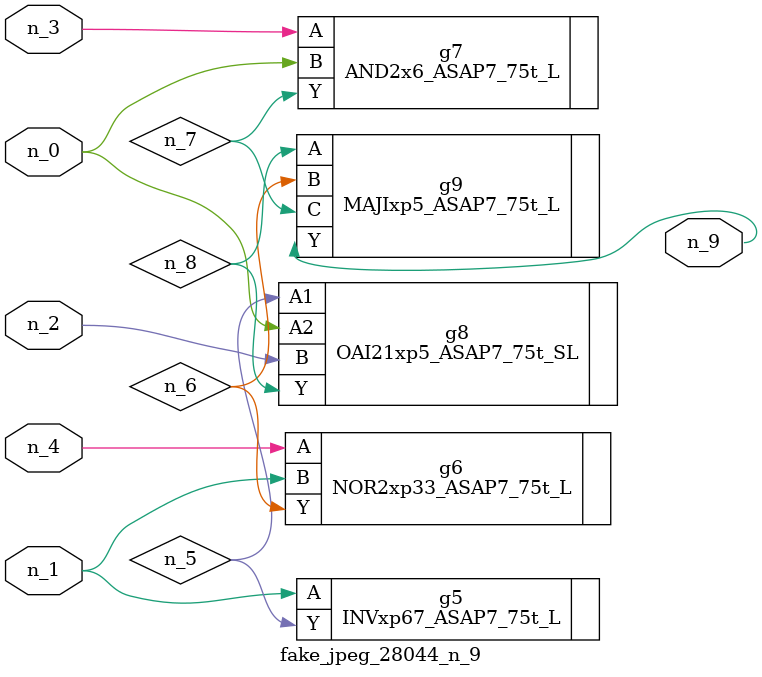
<source format=v>
module fake_jpeg_28044_n_9 (n_3, n_2, n_1, n_0, n_4, n_9);

input n_3;
input n_2;
input n_1;
input n_0;
input n_4;

output n_9;

wire n_8;
wire n_6;
wire n_5;
wire n_7;

INVxp67_ASAP7_75t_L g5 ( 
.A(n_1),
.Y(n_5)
);

NOR2xp33_ASAP7_75t_L g6 ( 
.A(n_4),
.B(n_1),
.Y(n_6)
);

AND2x6_ASAP7_75t_L g7 ( 
.A(n_3),
.B(n_0),
.Y(n_7)
);

OAI21xp5_ASAP7_75t_SL g8 ( 
.A1(n_5),
.A2(n_0),
.B(n_2),
.Y(n_8)
);

MAJIxp5_ASAP7_75t_L g9 ( 
.A(n_8),
.B(n_6),
.C(n_7),
.Y(n_9)
);


endmodule
</source>
